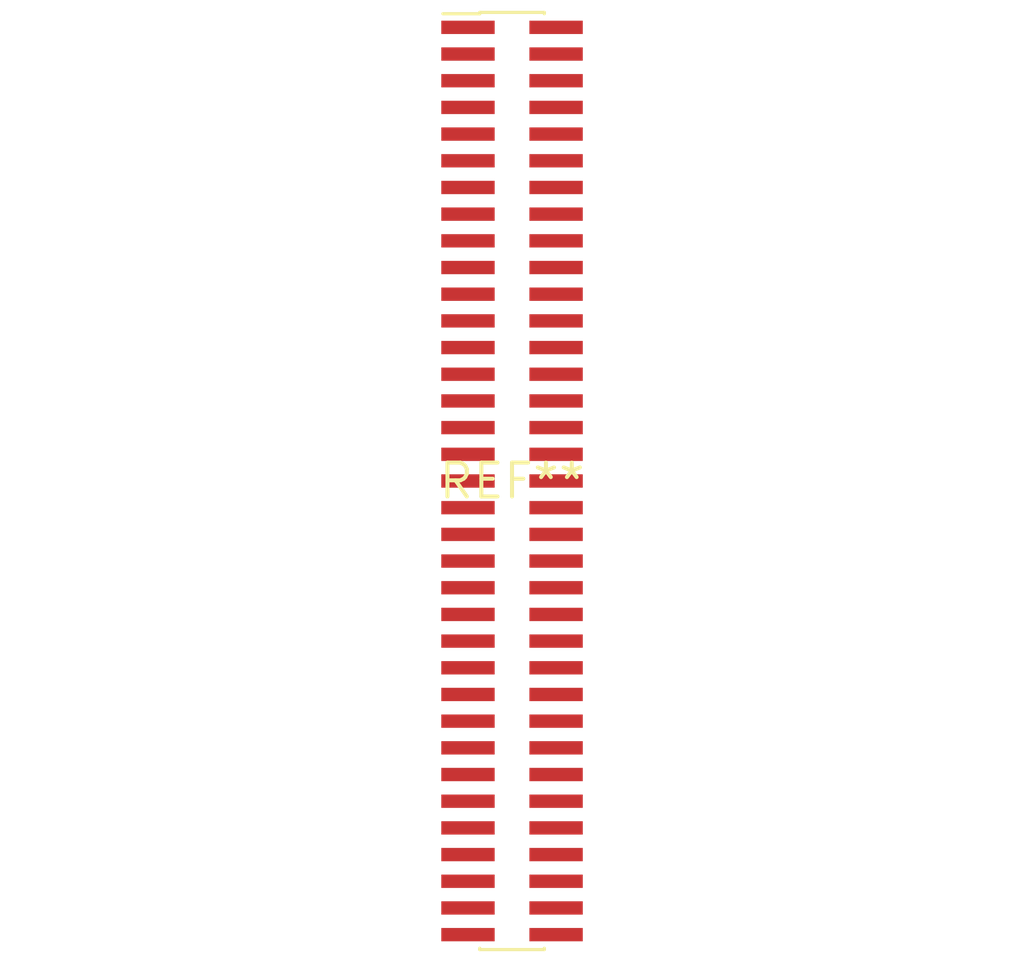
<source format=kicad_pcb>
(kicad_pcb (version 20240108) (generator pcbnew)
  (layers (0 "F.Cu" signal) (31 "B.Cu" signal) (34 "B.Paste" user) (35 "F.Paste" user) (36 "B.SilkS" user "B.Silkscreen") (37 "F.SilkS" user "F.Silkscreen") (38 "B.Mask" user) (39 "F.Mask" user) (44 "Edge.Cuts" user))
  (net 0 "")
  (footprint "PinHeader_2x35_P1.00mm_Vertical_SMD" (layer "F.Cu") (at 0 0)
    (property "Reference" "REF**")
    (property "Value" "PinHeader_2x35_P1.00mm_Vertical_SMD")
    (fp_line (start -2.59 -17.51) (end -1.21 -17.51) (layer "F.SilkS") (stroke (width 0.12)))
    (fp_line (start -1.21 -17.56) (end -1.21 -17.51) (layer "F.SilkS") (stroke (width 0.12)))
    (fp_line (start -1.21 -17.56) (end 1.21 -17.56) (layer "F.SilkS") (stroke (width 0.12)))
    (fp_line (start -1.21 17.51) (end -1.21 17.56) (layer "F.SilkS") (stroke (width 0.12)))
    (fp_line (start -1.21 17.56) (end 1.21 17.56) (layer "F.SilkS") (stroke (width 0.12)))
    (fp_line (start 1.21 -17.56) (end 1.21 -17.51) (layer "F.SilkS") (stroke (width 0.12)))
    (fp_line (start 1.21 17.51) (end 1.21 17.56) (layer "F.SilkS") (stroke (width 0.12)))
    (pad "1" smd rect (at -1.65 -17) (size 2 0.5) (layers "F.Cu" "F.Paste" "F.Mask"))
    (pad "2" smd rect (at 1.65 -17) (size 2 0.5) (layers "F.Cu" "F.Paste" "F.Mask"))
    (pad "3" smd rect (at -1.65 -16) (size 2 0.5) (layers "F.Cu" "F.Paste" "F.Mask"))
    (pad "4" smd rect (at 1.65 -16) (size 2 0.5) (layers "F.Cu" "F.Paste" "F.Mask"))
    (pad "5" smd rect (at -1.65 -15) (size 2 0.5) (layers "F.Cu" "F.Paste" "F.Mask"))
    (pad "6" smd rect (at 1.65 -15) (size 2 0.5) (layers "F.Cu" "F.Paste" "F.Mask"))
    (pad "7" smd rect (at -1.65 -14) (size 2 0.5) (layers "F.Cu" "F.Paste" "F.Mask"))
    (pad "8" smd rect (at 1.65 -14) (size 2 0.5) (layers "F.Cu" "F.Paste" "F.Mask"))
    (pad "9" smd rect (at -1.65 -13) (size 2 0.5) (layers "F.Cu" "F.Paste" "F.Mask"))
    (pad "10" smd rect (at 1.65 -13) (size 2 0.5) (layers "F.Cu" "F.Paste" "F.Mask"))
    (pad "11" smd rect (at -1.65 -12) (size 2 0.5) (layers "F.Cu" "F.Paste" "F.Mask"))
    (pad "12" smd rect (at 1.65 -12) (size 2 0.5) (layers "F.Cu" "F.Paste" "F.Mask"))
    (pad "13" smd rect (at -1.65 -11) (size 2 0.5) (layers "F.Cu" "F.Paste" "F.Mask"))
    (pad "14" smd rect (at 1.65 -11) (size 2 0.5) (layers "F.Cu" "F.Paste" "F.Mask"))
    (pad "15" smd rect (at -1.65 -10) (size 2 0.5) (layers "F.Cu" "F.Paste" "F.Mask"))
    (pad "16" smd rect (at 1.65 -10) (size 2 0.5) (layers "F.Cu" "F.Paste" "F.Mask"))
    (pad "17" smd rect (at -1.65 -9) (size 2 0.5) (layers "F.Cu" "F.Paste" "F.Mask"))
    (pad "18" smd rect (at 1.65 -9) (size 2 0.5) (layers "F.Cu" "F.Paste" "F.Mask"))
    (pad "19" smd rect (at -1.65 -8) (size 2 0.5) (layers "F.Cu" "F.Paste" "F.Mask"))
    (pad "20" smd rect (at 1.65 -8) (size 2 0.5) (layers "F.Cu" "F.Paste" "F.Mask"))
    (pad "21" smd rect (at -1.65 -7) (size 2 0.5) (layers "F.Cu" "F.Paste" "F.Mask"))
    (pad "22" smd rect (at 1.65 -7) (size 2 0.5) (layers "F.Cu" "F.Paste" "F.Mask"))
    (pad "23" smd rect (at -1.65 -6) (size 2 0.5) (layers "F.Cu" "F.Paste" "F.Mask"))
    (pad "24" smd rect (at 1.65 -6) (size 2 0.5) (layers "F.Cu" "F.Paste" "F.Mask"))
    (pad "25" smd rect (at -1.65 -5) (size 2 0.5) (layers "F.Cu" "F.Paste" "F.Mask"))
    (pad "26" smd rect (at 1.65 -5) (size 2 0.5) (layers "F.Cu" "F.Paste" "F.Mask"))
    (pad "27" smd rect (at -1.65 -4) (size 2 0.5) (layers "F.Cu" "F.Paste" "F.Mask"))
    (pad "28" smd rect (at 1.65 -4) (size 2 0.5) (layers "F.Cu" "F.Paste" "F.Mask"))
    (pad "29" smd rect (at -1.65 -3) (size 2 0.5) (layers "F.Cu" "F.Paste" "F.Mask"))
    (pad "30" smd rect (at 1.65 -3) (size 2 0.5) (layers "F.Cu" "F.Paste" "F.Mask"))
    (pad "31" smd rect (at -1.65 -2) (size 2 0.5) (layers "F.Cu" "F.Paste" "F.Mask"))
    (pad "32" smd rect (at 1.65 -2) (size 2 0.5) (layers "F.Cu" "F.Paste" "F.Mask"))
    (pad "33" smd rect (at -1.65 -1) (size 2 0.5) (layers "F.Cu" "F.Paste" "F.Mask"))
    (pad "34" smd rect (at 1.65 -1) (size 2 0.5) (layers "F.Cu" "F.Paste" "F.Mask"))
    (pad "35" smd rect (at -1.65 0) (size 2 0.5) (layers "F.Cu" "F.Paste" "F.Mask"))
    (pad "36" smd rect (at 1.65 0) (size 2 0.5) (layers "F.Cu" "F.Paste" "F.Mask"))
    (pad "37" smd rect (at -1.65 1) (size 2 0.5) (layers "F.Cu" "F.Paste" "F.Mask"))
    (pad "38" smd rect (at 1.65 1) (size 2 0.5) (layers "F.Cu" "F.Paste" "F.Mask"))
    (pad "39" smd rect (at -1.65 2) (size 2 0.5) (layers "F.Cu" "F.Paste" "F.Mask"))
    (pad "40" smd rect (at 1.65 2) (size 2 0.5) (layers "F.Cu" "F.Paste" "F.Mask"))
    (pad "41" smd rect (at -1.65 3) (size 2 0.5) (layers "F.Cu" "F.Paste" "F.Mask"))
    (pad "42" smd rect (at 1.65 3) (size 2 0.5) (layers "F.Cu" "F.Paste" "F.Mask"))
    (pad "43" smd rect (at -1.65 4) (size 2 0.5) (layers "F.Cu" "F.Paste" "F.Mask"))
    (pad "44" smd rect (at 1.65 4) (size 2 0.5) (layers "F.Cu" "F.Paste" "F.Mask"))
    (pad "45" smd rect (at -1.65 5) (size 2 0.5) (layers "F.Cu" "F.Paste" "F.Mask"))
    (pad "46" smd rect (at 1.65 5) (size 2 0.5) (layers "F.Cu" "F.Paste" "F.Mask"))
    (pad "47" smd rect (at -1.65 6) (size 2 0.5) (layers "F.Cu" "F.Paste" "F.Mask"))
    (pad "48" smd rect (at 1.65 6) (size 2 0.5) (layers "F.Cu" "F.Paste" "F.Mask"))
    (pad "49" smd rect (at -1.65 7) (size 2 0.5) (layers "F.Cu" "F.Paste" "F.Mask"))
    (pad "50" smd rect (at 1.65 7) (size 2 0.5) (layers "F.Cu" "F.Paste" "F.Mask"))
    (pad "51" smd rect (at -1.65 8) (size 2 0.5) (layers "F.Cu" "F.Paste" "F.Mask"))
    (pad "52" smd rect (at 1.65 8) (size 2 0.5) (layers "F.Cu" "F.Paste" "F.Mask"))
    (pad "53" smd rect (at -1.65 9) (size 2 0.5) (layers "F.Cu" "F.Paste" "F.Mask"))
    (pad "54" smd rect (at 1.65 9) (size 2 0.5) (layers "F.Cu" "F.Paste" "F.Mask"))
    (pad "55" smd rect (at -1.65 10) (size 2 0.5) (layers "F.Cu" "F.Paste" "F.Mask"))
    (pad "56" smd rect (at 1.65 10) (size 2 0.5) (layers "F.Cu" "F.Paste" "F.Mask"))
    (pad "57" smd rect (at -1.65 11) (size 2 0.5) (layers "F.Cu" "F.Paste" "F.Mask"))
    (pad "58" smd rect (at 1.65 11) (size 2 0.5) (layers "F.Cu" "F.Paste" "F.Mask"))
    (pad "59" smd rect (at -1.65 12) (size 2 0.5) (layers "F.Cu" "F.Paste" "F.Mask"))
    (pad "60" smd rect (at 1.65 12) (size 2 0.5) (layers "F.Cu" "F.Paste" "F.Mask"))
    (pad "61" smd rect (at -1.65 13) (size 2 0.5) (layers "F.Cu" "F.Paste" "F.Mask"))
    (pad "62" smd rect (at 1.65 13) (size 2 0.5) (layers "F.Cu" "F.Paste" "F.Mask"))
    (pad "63" smd rect (at -1.65 14) (size 2 0.5) (layers "F.Cu" "F.Paste" "F.Mask"))
    (pad "64" smd rect (at 1.65 14) (size 2 0.5) (layers "F.Cu" "F.Paste" "F.Mask"))
    (pad "65" smd rect (at -1.65 15) (size 2 0.5) (layers "F.Cu" "F.Paste" "F.Mask"))
    (pad "66" smd rect (at 1.65 15) (size 2 0.5) (layers "F.Cu" "F.Paste" "F.Mask"))
    (pad "67" smd rect (at -1.65 16) (size 2 0.5) (layers "F.Cu" "F.Paste" "F.Mask"))
    (pad "68" smd rect (at 1.65 16) (size 2 0.5) (layers "F.Cu" "F.Paste" "F.Mask"))
    (pad "69" smd rect (at -1.65 17) (size 2 0.5) (layers "F.Cu" "F.Paste" "F.Mask"))
    (pad "70" smd rect (at 1.65 17) (size 2 0.5) (layers "F.Cu" "F.Paste" "F.Mask"))
  )
)
</source>
